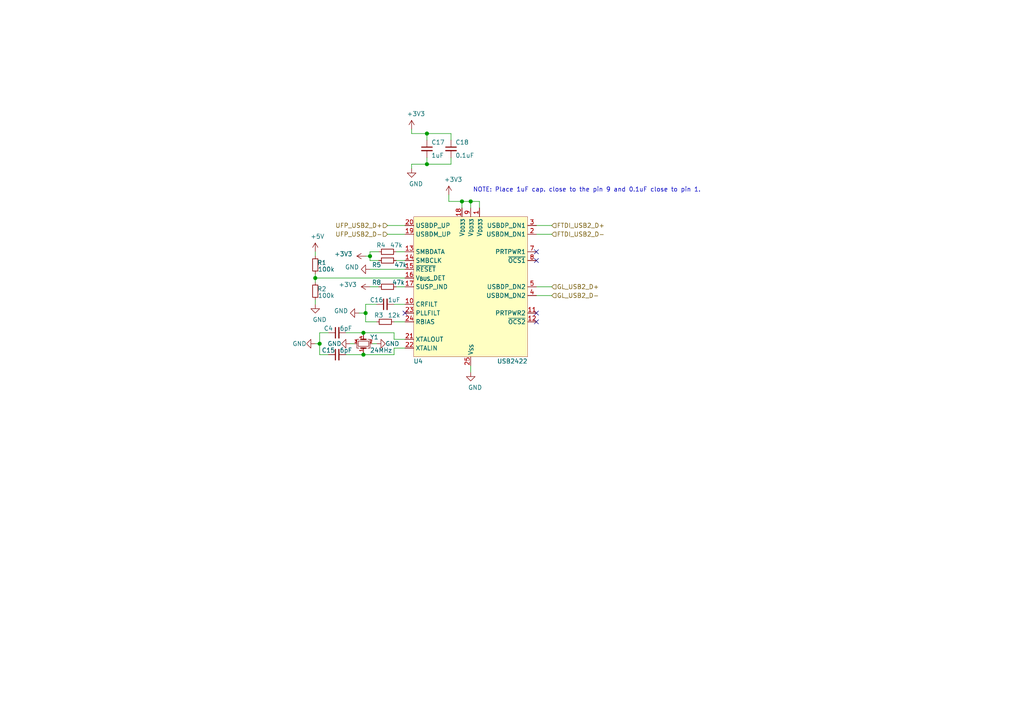
<source format=kicad_sch>
(kicad_sch (version 20201015) (generator eeschema)
  (page 1 5)
  (paper "A4")
  (lib_symbols
    (symbol "Device:C_Small" (pin_numbers hide) (pin_names (offset 0.254) hide)
      (property "Reference" "C" (at 0.254 1.778 0))
      (property "Value" "C_Small" (at 0.254 -2.032 0))
      (symbol "C_Small_0_1"
        (polyline (pts (xy -1.524 -0.508) (xy 1.524 -0.508)) (stroke (width 0.3302)))
        (polyline (pts (xy -1.524 0.508) (xy 1.524 0.508)) (stroke (width 0.3048)))
      )
      (symbol "C_Small_1_1"
        (pin passive line (at 0 2.54 270) (length 2.032) (name "~") (number "1"))
        (pin passive line (at 0 -2.54 90) (length 2.032) (name "~") (number "2"))
      )
    )
    (symbol "Device:Crystal_GND23_Small" (pin_names (offset 1.016) hide)
      (property "Reference" "Y" (at 1.27 4.445 0))
      (property "Value" "Crystal_GND23_Small" (at 1.27 2.54 0))
      (symbol "Crystal_GND23_Small_0_1"
        (rectangle (start -0.762 -1.524) (end 0.762 1.524))
        (polyline (pts (xy -1.27 -0.762) (xy -1.27 0.762)) (stroke (width 0.381)))
        (polyline (pts (xy 1.27 -0.762) (xy 1.27 0.762)) (stroke (width 0.381)))
        (polyline (pts (xy -1.27 -1.27) (xy -1.27 -1.905) (xy 1.27 -1.905) (xy 1.27 -1.27)))
        (polyline (pts (xy -1.27 1.27) (xy -1.27 1.905) (xy 1.27 1.905) (xy 1.27 1.27)))
      )
      (symbol "Crystal_GND23_Small_1_1"
        (pin passive line (at -2.54 0 0) (length 1.27) (name "1") (number "1"))
        (pin passive line (at 0 -2.54 90) (length 0.635) (name "2") (number "2"))
        (pin passive line (at 0 2.54 270) (length 0.635) (name "3") (number "3"))
        (pin passive line (at 2.54 0 180) (length 1.27) (name "4") (number "4"))
      )
    )
    (symbol "Device:R_Small" (pin_numbers hide) (pin_names (offset 0.254) hide)
      (property "Reference" "R" (at 0.762 0.508 0))
      (property "Value" "R_Small" (at 0.762 -1.016 0))
      (symbol "R_Small_0_1"
        (rectangle (start -0.762 1.778) (end 0.762 -1.778) (stroke (width 0.2032)))
      )
      (symbol "R_Small_1_1"
        (pin passive line (at 0 2.54 270) (length 0.762) (name "~") (number "1"))
        (pin passive line (at 0 -2.54 90) (length 0.762) (name "~") (number "2"))
      )
    )
    (symbol "custom:USB2422"
      (property "Reference" "U" (at 19.05 25.4 0))
      (property "Value" "USB2422" (at 19.05 22.225 0))
      (symbol "USB2422_0_0"
        (pin power_in line (at 2.54 22.86 270) (length 2.54) (name "V_{DD33}") (number "1"))
        (pin bidirectional line (at 19.05 15.24 180) (length 2.54) (name "USBDM_DN1") (number "2"))
        (pin bidirectional line (at 19.05 17.78 180) (length 2.54) (name "USBDP_DN1") (number "3"))
        (pin bidirectional line (at 19.05 -2.54 180) (length 2.54) (name "USBDM_DN2") (number "4"))
        (pin bidirectional line (at 19.05 0 180) (length 2.54) (name "USBDP_DN2") (number "5"))
        (pin output line (at 19.05 10.16 180) (length 2.54) (name "PRTPWR1") (number "7"))
        (pin input line (at 19.05 7.62 180) (length 2.54) (name "~OCS1") (number "8"))
        (pin power_in line (at 0 22.86 270) (length 2.54) (name "V_{DD33}") (number "9"))
        (pin passive line (at -19.05 -5.08 0) (length 2.54) (name "CRFILT") (number "10"))
        (pin output line (at 19.05 -7.62 180) (length 2.54) (name "PRTPWR2") (number "11"))
        (pin input line (at 19.05 -10.16 180) (length 2.54) (name "~OCS2") (number "12"))
        (pin bidirectional line (at -19.05 10.16 0) (length 2.54) (name "SMBDATA") (number "13"))
        (pin bidirectional line (at -19.05 7.62 0) (length 2.54) (name "SMBCLK") (number "14"))
        (pin input line (at -19.05 5.08 0) (length 2.54) (name "~RESET") (number "15"))
        (pin input line (at -19.05 2.54 0) (length 2.54) (name "V_{BUS}_DET") (number "16"))
        (pin bidirectional line (at -19.05 0 0) (length 2.54) (name "SUSP_IND") (number "17"))
        (pin power_in line (at -2.54 22.86 270) (length 2.54) (name "V_{DD33}") (number "18"))
        (pin bidirectional line (at -19.05 15.24 0) (length 2.54) (name "USBDM_UP") (number "19"))
        (pin bidirectional line (at -19.05 17.78 0) (length 2.54) (name "USBDP_UP") (number "20"))
        (pin output line (at -19.05 -15.24 0) (length 2.54) (name "XTALOUT") (number "21"))
        (pin input line (at -19.05 -17.78 0) (length 2.54) (name "XTALIN") (number "22"))
        (pin passive line (at -19.05 -7.62 0) (length 2.54) (name "PLLFILT") (number "23"))
        (pin passive line (at -19.05 -10.16 0) (length 2.54) (name "RBIAS") (number "24"))
        (pin power_in line (at 0 -22.86 90) (length 2.54) (name "V_{SS}") (number "25"))
      )
      (symbol "USB2422_0_1"
        (rectangle (start -16.51 20.32) (end 16.51 -20.32) (stroke (width 0.001)) (fill (type background)))
      )
    )
    (symbol "power:+3V3" (power) (pin_names (offset 0))
      (property "Value" "+3V3" (at 0 3.556 0))
      (symbol "+3V3_0_1"
        (polyline (pts (xy -0.762 1.27) (xy 0 2.54)))
        (polyline (pts (xy 0 0) (xy 0 2.54)))
        (polyline (pts (xy 0 2.54) (xy 0.762 1.27)))
      )
      (symbol "+3V3_1_1"
        (pin power_in line (at 0 0 90) (length 0) hide (name "+3V3") (number "1"))
      )
    )
    (symbol "power:+5V" (power) (pin_names (offset 0))
      (property "Value" "+5V" (at 0 3.556 0))
      (symbol "+5V_0_1"
        (polyline (pts (xy -0.762 1.27) (xy 0 2.54)))
        (polyline (pts (xy 0 0) (xy 0 2.54)))
        (polyline (pts (xy 0 2.54) (xy 0.762 1.27)))
      )
      (symbol "+5V_1_1"
        (pin power_in line (at 0 0 90) (length 0) hide (name "+5V") (number "1"))
      )
    )
    (symbol "power:GND" (power) (pin_names (offset 0))
      (property "Value" "GND" (at 0 -3.81 0))
      (symbol "GND_0_1"
        (polyline (pts (xy 0 0) (xy 0 -1.27) (xy 1.27 -1.27) (xy 0 -2.54) (xy -1.27 -1.27) (xy 0 -1.27)))
      )
      (symbol "GND_1_1"
        (pin power_in line (at 0 0 270) (length 0) hide (name "GND") (number "1"))
      )
    )
  )
  (junction (at 91.44 80.645) (diameter 1.016))
  (junction (at 92.71 99.695) (diameter 1.016))
  (junction (at 105.41 96.52) (diameter 1.016))
  (junction (at 105.41 102.87) (diameter 1.016))
  (junction (at 106.045 90.805) (diameter 1.016))
  (junction (at 107.315 74.295) (diameter 1.016))
  (junction (at 123.825 38.735) (diameter 1.016))
  (junction (at 123.825 47.625) (diameter 1.016))
  (junction (at 133.985 58.42) (diameter 1.016))
  (junction (at 136.525 58.42) (diameter 1.016))
  (no_connect (at 155.575 90.805))
  (no_connect (at 155.575 73.025))
  (no_connect (at 155.575 75.565))
  (no_connect (at 117.475 90.805))
  (no_connect (at 155.575 93.345))
  (wire (pts (xy 91.44 73.025) (xy 91.44 74.295)))
  (wire (pts (xy 91.44 79.375) (xy 91.44 80.645)))
  (wire (pts (xy 91.44 80.645) (xy 91.44 81.915)))
  (wire (pts (xy 91.44 80.645) (xy 117.475 80.645)))
  (wire (pts (xy 91.44 86.995) (xy 91.44 88.265)))
  (wire (pts (xy 91.44 99.695) (xy 92.71 99.695)))
  (wire (pts (xy 92.71 96.52) (xy 92.71 99.695)))
  (wire (pts (xy 92.71 99.695) (xy 92.71 102.87)))
  (wire (pts (xy 92.71 102.87) (xy 95.25 102.87)))
  (wire (pts (xy 95.25 96.52) (xy 92.71 96.52)))
  (wire (pts (xy 100.33 96.52) (xy 105.41 96.52)))
  (wire (pts (xy 100.33 102.87) (xy 105.41 102.87)))
  (wire (pts (xy 101.6 99.695) (xy 102.87 99.695)))
  (wire (pts (xy 105.41 96.52) (xy 105.41 97.155)))
  (wire (pts (xy 105.41 96.52) (xy 114.3 96.52)))
  (wire (pts (xy 105.41 102.235) (xy 105.41 102.87)))
  (wire (pts (xy 105.41 102.87) (xy 114.3 102.87)))
  (wire (pts (xy 106.045 74.295) (xy 107.315 74.295)))
  (wire (pts (xy 106.045 88.265) (xy 106.045 90.805)))
  (wire (pts (xy 106.045 90.805) (xy 104.14 90.805)))
  (wire (pts (xy 106.045 90.805) (xy 106.045 93.345)))
  (wire (pts (xy 106.045 93.345) (xy 109.22 93.345)))
  (wire (pts (xy 107.315 73.025) (xy 109.855 73.025)))
  (wire (pts (xy 107.315 74.295) (xy 107.315 73.025)))
  (wire (pts (xy 107.315 75.565) (xy 107.315 74.295)))
  (wire (pts (xy 107.315 78.105) (xy 117.475 78.105)))
  (wire (pts (xy 107.315 83.185) (xy 109.855 83.185)))
  (wire (pts (xy 107.95 99.695) (xy 109.22 99.695)))
  (wire (pts (xy 109.22 88.265) (xy 106.045 88.265)))
  (wire (pts (xy 109.855 75.565) (xy 107.315 75.565)))
  (wire (pts (xy 112.395 65.405) (xy 117.475 65.405)))
  (wire (pts (xy 112.395 67.945) (xy 117.475 67.945)))
  (wire (pts (xy 114.3 88.265) (xy 117.475 88.265)))
  (wire (pts (xy 114.3 93.345) (xy 117.475 93.345)))
  (wire (pts (xy 114.3 98.425) (xy 114.3 96.52)))
  (wire (pts (xy 114.3 98.425) (xy 117.475 98.425)))
  (wire (pts (xy 114.3 100.965) (xy 114.3 102.87)))
  (wire (pts (xy 114.935 73.025) (xy 117.475 73.025)))
  (wire (pts (xy 114.935 75.565) (xy 117.475 75.565)))
  (wire (pts (xy 114.935 83.185) (xy 117.475 83.185)))
  (wire (pts (xy 117.475 100.965) (xy 114.3 100.965)))
  (wire (pts (xy 119.38 37.465) (xy 119.38 38.735)))
  (wire (pts (xy 119.38 47.625) (xy 119.38 48.895)))
  (wire (pts (xy 123.825 38.735) (xy 119.38 38.735)))
  (wire (pts (xy 123.825 38.735) (xy 123.825 40.64)))
  (wire (pts (xy 123.825 45.72) (xy 123.825 47.625)))
  (wire (pts (xy 123.825 47.625) (xy 119.38 47.625)))
  (wire (pts (xy 130.175 56.515) (xy 130.175 58.42)))
  (wire (pts (xy 130.81 38.735) (xy 123.825 38.735)))
  (wire (pts (xy 130.81 40.64) (xy 130.81 38.735)))
  (wire (pts (xy 130.81 45.72) (xy 130.81 47.625)))
  (wire (pts (xy 130.81 47.625) (xy 123.825 47.625)))
  (wire (pts (xy 133.985 58.42) (xy 130.175 58.42)))
  (wire (pts (xy 133.985 58.42) (xy 133.985 60.325)))
  (wire (pts (xy 136.525 58.42) (xy 133.985 58.42)))
  (wire (pts (xy 136.525 58.42) (xy 136.525 60.325)))
  (wire (pts (xy 136.525 106.045) (xy 136.525 107.95)))
  (wire (pts (xy 139.065 58.42) (xy 136.525 58.42)))
  (wire (pts (xy 139.065 60.325) (xy 139.065 58.42)))
  (wire (pts (xy 155.575 65.405) (xy 160.02 65.405)))
  (wire (pts (xy 155.575 67.945) (xy 160.02 67.945)))
  (wire (pts (xy 155.575 83.185) (xy 160.02 83.185)))
  (wire (pts (xy 155.575 85.725) (xy 160.02 85.725)))
  (text "NOTE: Place 1uF cap. close to the pin 9 and 0.1uF close to pin 1." (at 137.16 55.88 0) (effects (font (size 1.27 1.27)) (justify left bottom)))
  (hierarchical_label "UFP_USB2_D+" (shape input) (at 112.395 65.405 180))
  (hierarchical_label "UFP_USB2_D-" (shape input) (at 112.395 67.945 180))
  (hierarchical_label "FTDI_USB2_D+" (shape input) (at 160.02 65.405 0))
  (hierarchical_label "FTDI_USB2_D-" (shape input) (at 160.02 67.945 0))
  (hierarchical_label "GL_USB2_D+" (shape input) (at 160.02 83.185 0))
  (hierarchical_label "GL_USB2_D-" (shape input) (at 160.02 85.725 0))
  (symbol (lib_id "power:+5V") (at 91.44 73.025 0) (unit 1)
    (property "Reference" "#PWR04" (effects hide))
    (property "Value" "+5V" (at 92.075 68.58 0))
  )
  (symbol (lib_id "power:+3V3") (at 106.045 74.295 90) (unit 1)
    (property "Reference" "#PWR010" (effects hide))
    (property "Value" "+3V3" (at 102.235 73.66 90) (effects (justify left)))
  )
  (symbol (lib_id "power:+3V3") (at 107.315 83.185 90) (unit 1)
    (property "Reference" "#PWR012" (effects hide))
    (property "Value" "+3V3" (at 103.505 82.55 90) (effects (justify left)))
  )
  (symbol (lib_id "power:+3V3") (at 119.38 37.465 0) (unit 1)
    (property "Reference" "#PWR014" (effects hide))
    (property "Value" "+3V3" (at 120.65 33.02 0))
  )
  (symbol (lib_id "power:+3V3") (at 130.175 56.515 0) (unit 1)
    (property "Reference" "#PWR016" (effects hide))
    (property "Value" "+3V3" (at 131.445 52.07 0))
  )
  (symbol (lib_id "power:GND") (at 91.44 88.265 0) (unit 1)
    (property "Reference" "#PWR05" (effects hide))
    (property "Value" "GND" (at 92.71 92.71 0))
  )
  (symbol (lib_id "power:GND") (at 91.44 99.695 270) (unit 1)
    (property "Reference" "#PWR06" (effects hide))
    (property "Value" "GND" (at 88.9 99.695 90) (effects (justify right)))
  )
  (symbol (lib_id "power:GND") (at 101.6 99.695 270) (unit 1)
    (property "Reference" "#PWR08" (effects hide))
    (property "Value" "GND" (at 99.06 99.695 90) (effects (justify right)))
  )
  (symbol (lib_id "power:GND") (at 104.14 90.805 270) (unit 1)
    (property "Reference" "#PWR09" (effects hide))
    (property "Value" "GND" (at 100.965 90.17 90) (effects (justify right)))
  )
  (symbol (lib_id "power:GND") (at 107.315 78.105 270) (unit 1)
    (property "Reference" "#PWR011" (effects hide))
    (property "Value" "GND" (at 104.14 77.47 90) (effects (justify right)))
  )
  (symbol (lib_id "power:GND") (at 109.22 99.695 90) (unit 1)
    (property "Reference" "#PWR013" (effects hide))
    (property "Value" "GND" (at 111.76 99.695 90) (effects (justify right)))
  )
  (symbol (lib_id "power:GND") (at 119.38 48.895 0) (unit 1)
    (property "Reference" "#PWR015" (effects hide))
    (property "Value" "GND" (at 120.65 53.34 0))
  )
  (symbol (lib_id "power:GND") (at 136.525 107.95 0) (unit 1)
    (property "Reference" "#PWR017" (effects hide))
    (property "Value" "GND" (at 137.795 112.395 0))
  )
  (symbol (lib_id "Device:R_Small") (at 91.44 76.835 180) (unit 1)
    (property "Reference" "R1" (at 93.345 76.2 0))
    (property "Value" "100k" (at 94.615 78.105 0))
    (property "Footprint" "Resistor_SMD:R_0402_1005Metric" (effects hide))
  )
  (symbol (lib_id "Device:R_Small") (at 91.44 84.455 180) (unit 1)
    (property "Reference" "R2" (at 93.345 83.82 0))
    (property "Value" "100k" (at 94.615 85.725 0))
    (property "Footprint" "Resistor_SMD:R_0402_1005Metric" (effects hide))
  )
  (symbol (lib_id "Device:R_Small") (at 111.76 93.345 90) (unit 1)
    (property "Reference" "R3" (at 109.855 91.44 90))
    (property "Value" "12k" (at 114.3 91.44 90))
    (property "Footprint" "Resistor_SMD:R_0402_1005Metric" (effects hide))
  )
  (symbol (lib_id "Device:R_Small") (at 112.395 73.025 90) (unit 1)
    (property "Reference" "R4" (at 110.49 71.12 90))
    (property "Value" "47k" (at 114.935 71.12 90))
    (property "Footprint" "Resistor_SMD:R_0402_1005Metric" (effects hide))
  )
  (symbol (lib_id "Device:R_Small") (at 112.395 75.565 90) (unit 1)
    (property "Reference" "R5" (at 109.22 76.835 90))
    (property "Value" "47k" (at 116.205 76.835 90))
    (property "Footprint" "Resistor_SMD:R_0402_1005Metric" (effects hide))
  )
  (symbol (lib_id "Device:R_Small") (at 112.395 83.185 90) (unit 1)
    (property "Reference" "R8" (at 109.22 81.915 90))
    (property "Value" "47k" (at 115.57 81.915 90))
    (property "Footprint" "Resistor_SMD:R_0402_1005Metric" (effects hide))
  )
  (symbol (lib_id "Device:C_Small") (at 97.79 96.52 90) (unit 1)
    (property "Reference" "C4" (at 95.25 95.25 90))
    (property "Value" "6pF" (at 100.33 95.25 90))
    (property "Footprint" "Capacitor_SMD:C_0402_1005Metric" (effects hide))
  )
  (symbol (lib_id "Device:C_Small") (at 97.79 102.87 90) (unit 1)
    (property "Reference" "C15" (at 95.25 101.6 90))
    (property "Value" "6pF" (at 100.33 101.6 90))
    (property "Footprint" "Capacitor_SMD:C_0402_1005Metric" (effects hide))
  )
  (symbol (lib_id "Device:C_Small") (at 111.76 88.265 90) (unit 1)
    (property "Reference" "C16" (at 109.22 86.995 90))
    (property "Value" "1uF" (at 114.3 86.995 90))
    (property "Footprint" "Capacitor_SMD:C_0402_1005Metric" (effects hide))
  )
  (symbol (lib_id "Device:C_Small") (at 123.825 43.18 0) (unit 1)
    (property "Reference" "C17" (at 125.095 41.275 0) (effects (justify left)))
    (property "Value" "1uF" (at 125.095 45.085 0) (effects (justify left)))
    (property "Footprint" "Capacitor_SMD:C_0402_1005Metric" (effects hide))
  )
  (symbol (lib_id "Device:C_Small") (at 130.81 43.18 0) (unit 1)
    (property "Reference" "C18" (at 132.08 41.275 0) (effects (justify left)))
    (property "Value" "0.1uF" (at 132.08 45.085 0) (effects (justify left)))
    (property "Footprint" "Capacitor_SMD:C_0402_1005Metric" (effects hide))
  )
  (symbol (lib_id "Device:Crystal_GND23_Small") (at 105.41 99.695 90) (unit 1)
    (property "Reference" "Y1" (at 107.315 97.79 90) (effects (justify right)))
    (property "Value" "24MHz" (at 107.315 101.6 90) (effects (justify right)))
    (property "Footprint" "Oscillator:Oscillator_SMD_Abracon_ASCO-4Pin_1.6x1.2mm" (effects hide))
  )
  (symbol (lib_id "custom:USB2422") (at 136.525 83.185 0) (unit 1)
    (property "Reference" "U4" (at 121.285 104.775 0))
    (property "Value" "USB2422" (at 148.59 104.775 0))
    (property "Footprint" "Package_DFN_QFN:QFN-24-1EP_4x4mm_P0.5mm_EP2.6x2.6mm" (effects hide))
  )
)
</source>
